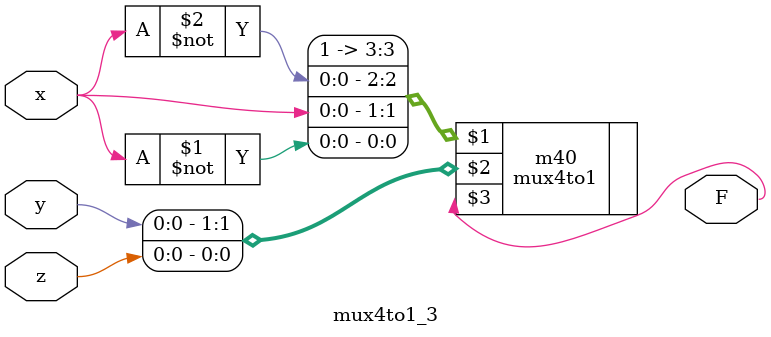
<source format=v>
module mux4to1_3(x,y,z,F);
input x,y,z;
output F;

mux4to1 m40({1'b1,~x,x,~x},{y,z},F);

endmodule
</source>
